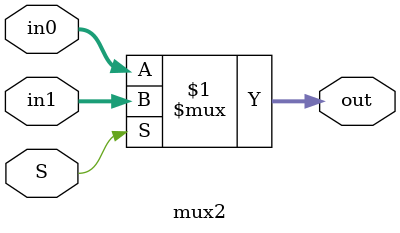
<source format=v>
`timescale 1ns / 1ns

module mux2
  #(parameter N = 32)
   (input [N-1:0] in0, in1,
    input S,
    output [N-1:0] out);

   assign out = S ? in1 : in0;
endmodule // mux2

</source>
